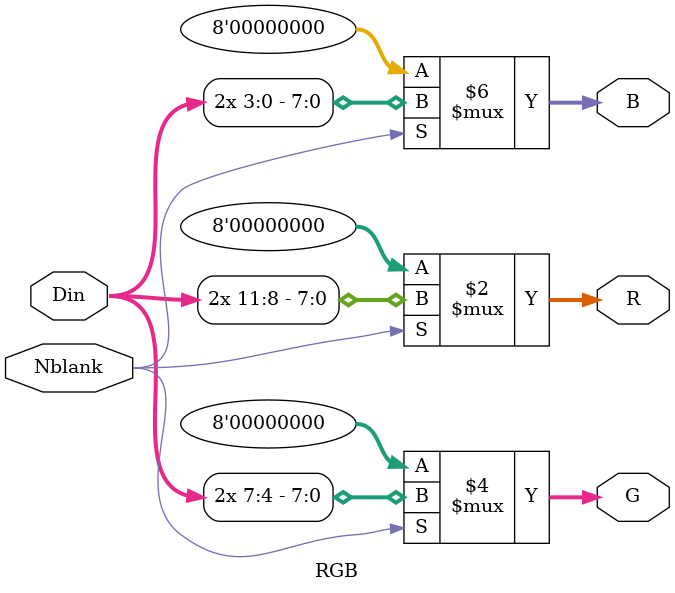
<source format=v>


// The result of translation follows.  Its copyright status should be
// considered unchanged from the original VHDL.

// no timescale needed

module RGB(
input wire [11:0] Din,
input wire Nblank,
output wire [7:0] R,
output wire [7:0] G,
output wire [7:0] B
);

// pixel grayscale level on 8 bits
// signal indicates display area, outside the display area
// the three colors take 0
// the three colors on 10 bits




  assign R = Nblank == 1'b1 ? {Din[11:8],Din[11:8]} : 8'b00000000;
  assign G = Nblank == 1'b1 ? {Din[7:4],Din[7:4]} : 8'b00000000;
  assign B = Nblank == 1'b1 ? {Din[3:0],Din[3:0]} : 8'b00000000;

endmodule

</source>
